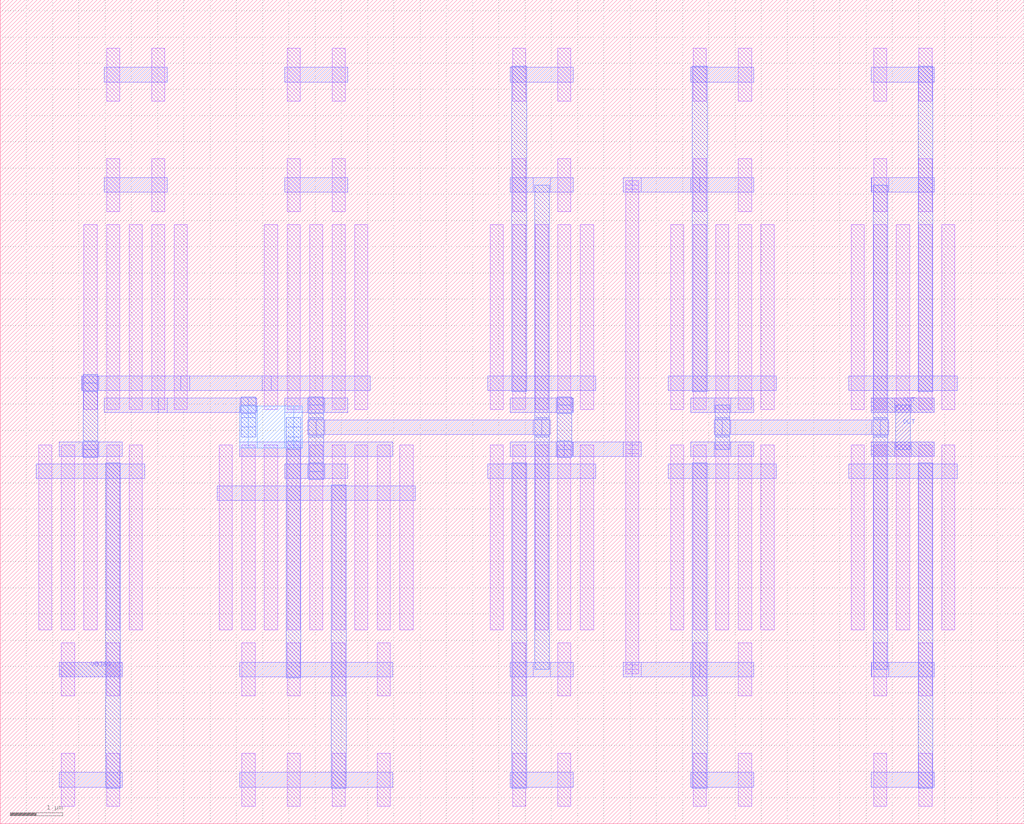
<source format=lef>
MACRO COMPARATOR
  ORIGIN 0 0 ;
  FOREIGN COMPARATOR 0 0 ;
  SIZE 19.51 BY 15.71 ;
  PIN OUT
    DIRECTION INOUT ;
    USE SIGNAL ;
    PORT 
      LAYER M2 ;
        RECT 16.6 7 17.8 7.28 ;
      LAYER M2 ;
        RECT 16.6 7.84 17.8 8.12 ;
      LAYER M2 ;
        RECT 17.04 7 17.36 7.28 ;
      LAYER M3 ;
        RECT 17.06 7.14 17.34 7.98 ;
      LAYER M2 ;
        RECT 17.04 7.84 17.36 8.12 ;
    END
  END OUT
  PIN VBIAS
    DIRECTION INOUT ;
    USE SIGNAL ;
    PORT 
      LAYER M2 ;
        RECT 1.12 2.8 2.32 3.08 ;
    END
  END VBIAS
  OBS 
  LAYER M2 ;
        RECT 5.42 6.58 6.62 6.86 ;
  LAYER M2 ;
        RECT 5.42 7.84 6.62 8.12 ;
  LAYER M2 ;
        RECT 9.72 2.8 10.92 3.08 ;
  LAYER M2 ;
        RECT 9.72 12.04 10.92 12.32 ;
  LAYER M2 ;
        RECT 10.16 2.8 10.48 3.08 ;
  LAYER M3 ;
        RECT 10.18 2.94 10.46 12.18 ;
  LAYER M2 ;
        RECT 10.16 12.04 10.48 12.32 ;
  LAYER M2 ;
        RECT 5.86 6.58 6.18 6.86 ;
  LAYER M3 ;
        RECT 5.88 6.72 6.16 7.98 ;
  LAYER M2 ;
        RECT 5.86 7.84 6.18 8.12 ;
  LAYER M3 ;
        RECT 5.88 7.375 6.16 7.745 ;
  LAYER M2 ;
        RECT 6.02 7.42 10.32 7.7 ;
  LAYER M3 ;
        RECT 10.18 7.375 10.46 7.745 ;
  LAYER M2 ;
        RECT 5.86 6.58 6.18 6.86 ;
  LAYER M3 ;
        RECT 5.88 6.56 6.16 6.88 ;
  LAYER M2 ;
        RECT 5.86 7.84 6.18 8.12 ;
  LAYER M3 ;
        RECT 5.88 7.82 6.16 8.14 ;
  LAYER M2 ;
        RECT 5.86 6.58 6.18 6.86 ;
  LAYER M3 ;
        RECT 5.88 6.56 6.16 6.88 ;
  LAYER M2 ;
        RECT 5.86 7.84 6.18 8.12 ;
  LAYER M3 ;
        RECT 5.88 7.82 6.16 8.14 ;
  LAYER M2 ;
        RECT 5.86 6.58 6.18 6.86 ;
  LAYER M3 ;
        RECT 5.88 6.56 6.16 6.88 ;
  LAYER M2 ;
        RECT 5.86 7.42 6.18 7.7 ;
  LAYER M3 ;
        RECT 5.88 7.4 6.16 7.72 ;
  LAYER M2 ;
        RECT 5.86 7.84 6.18 8.12 ;
  LAYER M3 ;
        RECT 5.88 7.82 6.16 8.14 ;
  LAYER M2 ;
        RECT 10.16 7.42 10.48 7.7 ;
  LAYER M3 ;
        RECT 10.18 7.4 10.46 7.72 ;
  LAYER M2 ;
        RECT 5.86 6.58 6.18 6.86 ;
  LAYER M3 ;
        RECT 5.88 6.56 6.16 6.88 ;
  LAYER M2 ;
        RECT 5.86 7.42 6.18 7.7 ;
  LAYER M3 ;
        RECT 5.88 7.4 6.16 7.72 ;
  LAYER M2 ;
        RECT 5.86 7.84 6.18 8.12 ;
  LAYER M3 ;
        RECT 5.88 7.82 6.16 8.14 ;
  LAYER M2 ;
        RECT 10.16 7.42 10.48 7.7 ;
  LAYER M3 ;
        RECT 10.18 7.4 10.46 7.72 ;
  LAYER M2 ;
        RECT 16.6 2.8 17.8 3.08 ;
  LAYER M2 ;
        RECT 16.6 12.04 17.8 12.32 ;
  LAYER M2 ;
        RECT 16.61 2.8 16.93 3.08 ;
  LAYER M3 ;
        RECT 16.63 2.94 16.91 12.18 ;
  LAYER M2 ;
        RECT 16.61 12.04 16.93 12.32 ;
  LAYER M2 ;
        RECT 13.16 7 14.36 7.28 ;
  LAYER M2 ;
        RECT 13.16 7.84 14.36 8.12 ;
  LAYER M2 ;
        RECT 13.6 7 13.92 7.28 ;
  LAYER M3 ;
        RECT 13.62 7.14 13.9 7.98 ;
  LAYER M2 ;
        RECT 13.6 7.84 13.92 8.12 ;
  LAYER M3 ;
        RECT 16.63 7.375 16.91 7.745 ;
  LAYER M2 ;
        RECT 13.76 7.42 16.77 7.7 ;
  LAYER M3 ;
        RECT 13.62 7.375 13.9 7.745 ;
  LAYER M2 ;
        RECT 13.6 7.42 13.92 7.7 ;
  LAYER M3 ;
        RECT 13.62 7.4 13.9 7.72 ;
  LAYER M2 ;
        RECT 16.61 7.42 16.93 7.7 ;
  LAYER M3 ;
        RECT 16.63 7.4 16.91 7.72 ;
  LAYER M2 ;
        RECT 13.6 7.42 13.92 7.7 ;
  LAYER M3 ;
        RECT 13.62 7.4 13.9 7.72 ;
  LAYER M2 ;
        RECT 16.61 7.42 16.93 7.7 ;
  LAYER M3 ;
        RECT 16.63 7.4 16.91 7.72 ;
  LAYER M2 ;
        RECT 1.98 7.84 3.18 8.12 ;
  LAYER M3 ;
        RECT 5.45 2.78 5.73 7.3 ;
  LAYER M2 ;
        RECT 3.01 7.84 4.73 8.12 ;
  LAYER M3 ;
        RECT 4.59 7.56 4.87 7.98 ;
  LAYER M4 ;
        RECT 4.73 7.16 5.59 7.96 ;
  LAYER M3 ;
        RECT 5.45 7.14 5.73 7.56 ;
  LAYER M2 ;
        RECT 4.57 7.84 4.89 8.12 ;
  LAYER M3 ;
        RECT 4.59 7.82 4.87 8.14 ;
  LAYER M3 ;
        RECT 4.59 7.375 4.87 7.745 ;
  LAYER M4 ;
        RECT 4.565 7.16 4.895 7.96 ;
  LAYER M3 ;
        RECT 5.45 7.375 5.73 7.745 ;
  LAYER M4 ;
        RECT 5.425 7.16 5.755 7.96 ;
  LAYER M2 ;
        RECT 4.57 7.84 4.89 8.12 ;
  LAYER M3 ;
        RECT 4.59 7.82 4.87 8.14 ;
  LAYER M3 ;
        RECT 4.59 7.375 4.87 7.745 ;
  LAYER M4 ;
        RECT 4.565 7.16 4.895 7.96 ;
  LAYER M3 ;
        RECT 5.45 7.375 5.73 7.745 ;
  LAYER M4 ;
        RECT 5.425 7.16 5.755 7.96 ;
  LAYER M2 ;
        RECT 1.12 7 2.32 7.28 ;
  LAYER M2 ;
        RECT 1.55 8.26 3.61 8.54 ;
  LAYER M2 ;
        RECT 4.99 8.26 7.05 8.54 ;
  LAYER M2 ;
        RECT 1.56 7 1.88 7.28 ;
  LAYER M3 ;
        RECT 1.58 7.14 1.86 8.4 ;
  LAYER M2 ;
        RECT 1.56 8.26 1.88 8.54 ;
  LAYER M2 ;
        RECT 3.44 8.26 5.16 8.54 ;
  LAYER M2 ;
        RECT 1.56 7 1.88 7.28 ;
  LAYER M3 ;
        RECT 1.58 6.98 1.86 7.3 ;
  LAYER M2 ;
        RECT 1.56 8.26 1.88 8.54 ;
  LAYER M3 ;
        RECT 1.58 8.24 1.86 8.56 ;
  LAYER M2 ;
        RECT 1.56 7 1.88 7.28 ;
  LAYER M3 ;
        RECT 1.58 6.98 1.86 7.3 ;
  LAYER M2 ;
        RECT 1.56 8.26 1.88 8.54 ;
  LAYER M3 ;
        RECT 1.58 8.24 1.86 8.56 ;
  LAYER M2 ;
        RECT 1.56 7 1.88 7.28 ;
  LAYER M3 ;
        RECT 1.58 6.98 1.86 7.3 ;
  LAYER M2 ;
        RECT 1.56 8.26 1.88 8.54 ;
  LAYER M3 ;
        RECT 1.58 8.24 1.86 8.56 ;
  LAYER M2 ;
        RECT 1.56 7 1.88 7.28 ;
  LAYER M3 ;
        RECT 1.58 6.98 1.86 7.3 ;
  LAYER M2 ;
        RECT 1.56 8.26 1.88 8.54 ;
  LAYER M3 ;
        RECT 1.58 8.24 1.86 8.56 ;
  LAYER M2 ;
        RECT 1.98 12.04 3.18 12.32 ;
  LAYER M2 ;
        RECT 5.42 12.04 6.62 12.32 ;
  LAYER M2 ;
        RECT 13.16 2.8 14.36 3.08 ;
  LAYER M2 ;
        RECT 9.72 7 10.92 7.28 ;
  LAYER M2 ;
        RECT 9.72 7.84 10.92 8.12 ;
  LAYER M2 ;
        RECT 13.16 12.04 14.36 12.32 ;
  LAYER M2 ;
        RECT 12.04 2.8 13.33 3.08 ;
  LAYER M1 ;
        RECT 11.915 2.94 12.165 7.14 ;
  LAYER M2 ;
        RECT 10.75 7 12.04 7.28 ;
  LAYER M2 ;
        RECT 10.59 7 10.91 7.28 ;
  LAYER M3 ;
        RECT 10.61 7.14 10.89 7.98 ;
  LAYER M2 ;
        RECT 10.59 7.84 10.91 8.12 ;
  LAYER M1 ;
        RECT 11.915 7.14 12.165 12.18 ;
  LAYER M2 ;
        RECT 12.04 12.04 13.33 12.32 ;
  LAYER M1 ;
        RECT 11.915 2.855 12.165 3.025 ;
  LAYER M2 ;
        RECT 11.87 2.8 12.21 3.08 ;
  LAYER M1 ;
        RECT 11.915 7.055 12.165 7.225 ;
  LAYER M2 ;
        RECT 11.87 7 12.21 7.28 ;
  LAYER M1 ;
        RECT 11.915 2.855 12.165 3.025 ;
  LAYER M2 ;
        RECT 11.87 2.8 12.21 3.08 ;
  LAYER M1 ;
        RECT 11.915 7.055 12.165 7.225 ;
  LAYER M2 ;
        RECT 11.87 7 12.21 7.28 ;
  LAYER M1 ;
        RECT 11.915 2.855 12.165 3.025 ;
  LAYER M2 ;
        RECT 11.87 2.8 12.21 3.08 ;
  LAYER M1 ;
        RECT 11.915 7.055 12.165 7.225 ;
  LAYER M2 ;
        RECT 11.87 7 12.21 7.28 ;
  LAYER M2 ;
        RECT 10.59 7 10.91 7.28 ;
  LAYER M3 ;
        RECT 10.61 6.98 10.89 7.3 ;
  LAYER M2 ;
        RECT 10.59 7.84 10.91 8.12 ;
  LAYER M3 ;
        RECT 10.61 7.82 10.89 8.14 ;
  LAYER M1 ;
        RECT 11.915 2.855 12.165 3.025 ;
  LAYER M2 ;
        RECT 11.87 2.8 12.21 3.08 ;
  LAYER M1 ;
        RECT 11.915 7.055 12.165 7.225 ;
  LAYER M2 ;
        RECT 11.87 7 12.21 7.28 ;
  LAYER M2 ;
        RECT 10.59 7 10.91 7.28 ;
  LAYER M3 ;
        RECT 10.61 6.98 10.89 7.3 ;
  LAYER M2 ;
        RECT 10.59 7.84 10.91 8.12 ;
  LAYER M3 ;
        RECT 10.61 7.82 10.89 8.14 ;
  LAYER M1 ;
        RECT 11.915 2.855 12.165 3.025 ;
  LAYER M2 ;
        RECT 11.87 2.8 12.21 3.08 ;
  LAYER M1 ;
        RECT 11.915 7.055 12.165 7.225 ;
  LAYER M2 ;
        RECT 11.87 7 12.21 7.28 ;
  LAYER M1 ;
        RECT 11.915 12.095 12.165 12.265 ;
  LAYER M2 ;
        RECT 11.87 12.04 12.21 12.32 ;
  LAYER M2 ;
        RECT 10.59 7 10.91 7.28 ;
  LAYER M3 ;
        RECT 10.61 6.98 10.89 7.3 ;
  LAYER M2 ;
        RECT 10.59 7.84 10.91 8.12 ;
  LAYER M3 ;
        RECT 10.61 7.82 10.89 8.14 ;
  LAYER M1 ;
        RECT 11.915 2.855 12.165 3.025 ;
  LAYER M2 ;
        RECT 11.87 2.8 12.21 3.08 ;
  LAYER M1 ;
        RECT 11.915 7.055 12.165 7.225 ;
  LAYER M2 ;
        RECT 11.87 7 12.21 7.28 ;
  LAYER M1 ;
        RECT 11.915 12.095 12.165 12.265 ;
  LAYER M2 ;
        RECT 11.87 12.04 12.21 12.32 ;
  LAYER M2 ;
        RECT 10.59 7 10.91 7.28 ;
  LAYER M3 ;
        RECT 10.61 6.98 10.89 7.3 ;
  LAYER M2 ;
        RECT 10.59 7.84 10.91 8.12 ;
  LAYER M3 ;
        RECT 10.61 7.82 10.89 8.14 ;
  LAYER M1 ;
        RECT 10.625 3.695 10.875 7.225 ;
  LAYER M1 ;
        RECT 10.625 2.435 10.875 3.445 ;
  LAYER M1 ;
        RECT 10.625 0.335 10.875 1.345 ;
  LAYER M1 ;
        RECT 11.055 3.695 11.305 7.225 ;
  LAYER M1 ;
        RECT 10.195 3.695 10.445 7.225 ;
  LAYER M1 ;
        RECT 9.765 3.695 10.015 7.225 ;
  LAYER M1 ;
        RECT 9.765 2.435 10.015 3.445 ;
  LAYER M1 ;
        RECT 9.765 0.335 10.015 1.345 ;
  LAYER M1 ;
        RECT 9.335 3.695 9.585 7.225 ;
  LAYER M2 ;
        RECT 9.29 6.58 11.35 6.86 ;
  LAYER M2 ;
        RECT 9.72 0.7 10.92 0.98 ;
  LAYER M2 ;
        RECT 9.72 7 10.92 7.28 ;
  LAYER M2 ;
        RECT 9.72 2.8 10.92 3.08 ;
  LAYER M3 ;
        RECT 9.75 0.68 10.03 6.88 ;
  LAYER M1 ;
        RECT 14.065 3.695 14.315 7.225 ;
  LAYER M1 ;
        RECT 14.065 2.435 14.315 3.445 ;
  LAYER M1 ;
        RECT 14.065 0.335 14.315 1.345 ;
  LAYER M1 ;
        RECT 14.495 3.695 14.745 7.225 ;
  LAYER M1 ;
        RECT 13.635 3.695 13.885 7.225 ;
  LAYER M1 ;
        RECT 13.205 3.695 13.455 7.225 ;
  LAYER M1 ;
        RECT 13.205 2.435 13.455 3.445 ;
  LAYER M1 ;
        RECT 13.205 0.335 13.455 1.345 ;
  LAYER M1 ;
        RECT 12.775 3.695 13.025 7.225 ;
  LAYER M2 ;
        RECT 12.73 6.58 14.79 6.86 ;
  LAYER M2 ;
        RECT 13.16 0.7 14.36 0.98 ;
  LAYER M2 ;
        RECT 13.16 7 14.36 7.28 ;
  LAYER M2 ;
        RECT 13.16 2.8 14.36 3.08 ;
  LAYER M3 ;
        RECT 13.19 0.68 13.47 6.88 ;
  LAYER M1 ;
        RECT 10.625 7.895 10.875 11.425 ;
  LAYER M1 ;
        RECT 10.625 11.675 10.875 12.685 ;
  LAYER M1 ;
        RECT 10.625 13.775 10.875 14.785 ;
  LAYER M1 ;
        RECT 11.055 7.895 11.305 11.425 ;
  LAYER M1 ;
        RECT 10.195 7.895 10.445 11.425 ;
  LAYER M1 ;
        RECT 9.765 7.895 10.015 11.425 ;
  LAYER M1 ;
        RECT 9.765 11.675 10.015 12.685 ;
  LAYER M1 ;
        RECT 9.765 13.775 10.015 14.785 ;
  LAYER M1 ;
        RECT 9.335 7.895 9.585 11.425 ;
  LAYER M2 ;
        RECT 9.29 8.26 11.35 8.54 ;
  LAYER M2 ;
        RECT 9.72 14.14 10.92 14.42 ;
  LAYER M2 ;
        RECT 9.72 7.84 10.92 8.12 ;
  LAYER M2 ;
        RECT 9.72 12.04 10.92 12.32 ;
  LAYER M3 ;
        RECT 9.75 8.24 10.03 14.44 ;
  LAYER M1 ;
        RECT 14.065 7.895 14.315 11.425 ;
  LAYER M1 ;
        RECT 14.065 11.675 14.315 12.685 ;
  LAYER M1 ;
        RECT 14.065 13.775 14.315 14.785 ;
  LAYER M1 ;
        RECT 14.495 7.895 14.745 11.425 ;
  LAYER M1 ;
        RECT 13.635 7.895 13.885 11.425 ;
  LAYER M1 ;
        RECT 13.205 7.895 13.455 11.425 ;
  LAYER M1 ;
        RECT 13.205 11.675 13.455 12.685 ;
  LAYER M1 ;
        RECT 13.205 13.775 13.455 14.785 ;
  LAYER M1 ;
        RECT 12.775 7.895 13.025 11.425 ;
  LAYER M2 ;
        RECT 12.73 8.26 14.79 8.54 ;
  LAYER M2 ;
        RECT 13.16 14.14 14.36 14.42 ;
  LAYER M2 ;
        RECT 13.16 7.84 14.36 8.12 ;
  LAYER M2 ;
        RECT 13.16 12.04 14.36 12.32 ;
  LAYER M3 ;
        RECT 13.19 8.24 13.47 14.44 ;
  LAYER M1 ;
        RECT 4.605 3.695 4.855 7.225 ;
  LAYER M1 ;
        RECT 4.605 2.435 4.855 3.445 ;
  LAYER M1 ;
        RECT 4.605 0.335 4.855 1.345 ;
  LAYER M1 ;
        RECT 4.175 3.695 4.425 7.225 ;
  LAYER M1 ;
        RECT 5.035 3.695 5.285 7.225 ;
  LAYER M1 ;
        RECT 5.465 3.695 5.715 7.225 ;
  LAYER M1 ;
        RECT 5.465 2.435 5.715 3.445 ;
  LAYER M1 ;
        RECT 5.465 0.335 5.715 1.345 ;
  LAYER M1 ;
        RECT 5.895 3.695 6.145 7.225 ;
  LAYER M1 ;
        RECT 6.325 3.695 6.575 7.225 ;
  LAYER M1 ;
        RECT 6.325 2.435 6.575 3.445 ;
  LAYER M1 ;
        RECT 6.325 0.335 6.575 1.345 ;
  LAYER M1 ;
        RECT 6.755 3.695 7.005 7.225 ;
  LAYER M1 ;
        RECT 7.185 3.695 7.435 7.225 ;
  LAYER M1 ;
        RECT 7.185 2.435 7.435 3.445 ;
  LAYER M1 ;
        RECT 7.185 0.335 7.435 1.345 ;
  LAYER M1 ;
        RECT 7.615 3.695 7.865 7.225 ;
  LAYER M2 ;
        RECT 4.56 7 7.48 7.28 ;
  LAYER M2 ;
        RECT 4.56 2.8 7.48 3.08 ;
  LAYER M2 ;
        RECT 4.13 6.16 7.91 6.44 ;
  LAYER M2 ;
        RECT 4.56 0.7 7.48 0.98 ;
  LAYER M3 ;
        RECT 5.45 2.78 5.73 7.3 ;
  LAYER M2 ;
        RECT 5.42 6.58 6.62 6.86 ;
  LAYER M3 ;
        RECT 6.31 0.68 6.59 6.46 ;
  LAYER M1 ;
        RECT 16.645 3.695 16.895 7.225 ;
  LAYER M1 ;
        RECT 16.645 2.435 16.895 3.445 ;
  LAYER M1 ;
        RECT 16.645 0.335 16.895 1.345 ;
  LAYER M1 ;
        RECT 16.215 3.695 16.465 7.225 ;
  LAYER M1 ;
        RECT 17.075 3.695 17.325 7.225 ;
  LAYER M1 ;
        RECT 17.505 3.695 17.755 7.225 ;
  LAYER M1 ;
        RECT 17.505 2.435 17.755 3.445 ;
  LAYER M1 ;
        RECT 17.505 0.335 17.755 1.345 ;
  LAYER M1 ;
        RECT 17.935 3.695 18.185 7.225 ;
  LAYER M2 ;
        RECT 16.17 6.58 18.23 6.86 ;
  LAYER M2 ;
        RECT 16.6 0.7 17.8 0.98 ;
  LAYER M2 ;
        RECT 16.6 7 17.8 7.28 ;
  LAYER M2 ;
        RECT 16.6 2.8 17.8 3.08 ;
  LAYER M3 ;
        RECT 17.49 0.68 17.77 6.88 ;
  LAYER M1 ;
        RECT 16.645 7.895 16.895 11.425 ;
  LAYER M1 ;
        RECT 16.645 11.675 16.895 12.685 ;
  LAYER M1 ;
        RECT 16.645 13.775 16.895 14.785 ;
  LAYER M1 ;
        RECT 16.215 7.895 16.465 11.425 ;
  LAYER M1 ;
        RECT 17.075 7.895 17.325 11.425 ;
  LAYER M1 ;
        RECT 17.505 7.895 17.755 11.425 ;
  LAYER M1 ;
        RECT 17.505 11.675 17.755 12.685 ;
  LAYER M1 ;
        RECT 17.505 13.775 17.755 14.785 ;
  LAYER M1 ;
        RECT 17.935 7.895 18.185 11.425 ;
  LAYER M2 ;
        RECT 16.17 8.26 18.23 8.54 ;
  LAYER M2 ;
        RECT 16.6 14.14 17.8 14.42 ;
  LAYER M2 ;
        RECT 16.6 7.84 17.8 8.12 ;
  LAYER M2 ;
        RECT 16.6 12.04 17.8 12.32 ;
  LAYER M3 ;
        RECT 17.49 8.24 17.77 14.44 ;
  LAYER M1 ;
        RECT 1.165 3.695 1.415 7.225 ;
  LAYER M1 ;
        RECT 1.165 2.435 1.415 3.445 ;
  LAYER M1 ;
        RECT 1.165 0.335 1.415 1.345 ;
  LAYER M1 ;
        RECT 0.735 3.695 0.985 7.225 ;
  LAYER M1 ;
        RECT 1.595 3.695 1.845 7.225 ;
  LAYER M1 ;
        RECT 2.025 3.695 2.275 7.225 ;
  LAYER M1 ;
        RECT 2.025 2.435 2.275 3.445 ;
  LAYER M1 ;
        RECT 2.025 0.335 2.275 1.345 ;
  LAYER M1 ;
        RECT 2.455 3.695 2.705 7.225 ;
  LAYER M2 ;
        RECT 0.69 6.58 2.75 6.86 ;
  LAYER M2 ;
        RECT 1.12 0.7 2.32 0.98 ;
  LAYER M2 ;
        RECT 1.12 7 2.32 7.28 ;
  LAYER M2 ;
        RECT 1.12 2.8 2.32 3.08 ;
  LAYER M3 ;
        RECT 2.01 0.68 2.29 6.88 ;
  LAYER M1 ;
        RECT 2.025 7.895 2.275 11.425 ;
  LAYER M1 ;
        RECT 2.025 11.675 2.275 12.685 ;
  LAYER M1 ;
        RECT 2.025 13.775 2.275 14.785 ;
  LAYER M1 ;
        RECT 1.595 7.895 1.845 11.425 ;
  LAYER M1 ;
        RECT 2.455 7.895 2.705 11.425 ;
  LAYER M1 ;
        RECT 2.885 7.895 3.135 11.425 ;
  LAYER M1 ;
        RECT 2.885 11.675 3.135 12.685 ;
  LAYER M1 ;
        RECT 2.885 13.775 3.135 14.785 ;
  LAYER M1 ;
        RECT 3.315 7.895 3.565 11.425 ;
  LAYER M2 ;
        RECT 1.98 14.14 3.18 14.42 ;
  LAYER M2 ;
        RECT 1.98 7.84 3.18 8.12 ;
  LAYER M2 ;
        RECT 1.98 12.04 3.18 12.32 ;
  LAYER M2 ;
        RECT 1.55 8.26 3.61 8.54 ;
  LAYER M1 ;
        RECT 5.465 7.895 5.715 11.425 ;
  LAYER M1 ;
        RECT 5.465 11.675 5.715 12.685 ;
  LAYER M1 ;
        RECT 5.465 13.775 5.715 14.785 ;
  LAYER M1 ;
        RECT 5.035 7.895 5.285 11.425 ;
  LAYER M1 ;
        RECT 5.895 7.895 6.145 11.425 ;
  LAYER M1 ;
        RECT 6.325 7.895 6.575 11.425 ;
  LAYER M1 ;
        RECT 6.325 11.675 6.575 12.685 ;
  LAYER M1 ;
        RECT 6.325 13.775 6.575 14.785 ;
  LAYER M1 ;
        RECT 6.755 7.895 7.005 11.425 ;
  LAYER M2 ;
        RECT 5.42 14.14 6.62 14.42 ;
  LAYER M2 ;
        RECT 5.42 7.84 6.62 8.12 ;
  LAYER M2 ;
        RECT 5.42 12.04 6.62 12.32 ;
  LAYER M2 ;
        RECT 4.99 8.26 7.05 8.54 ;
  END 
END COMPARATOR

</source>
